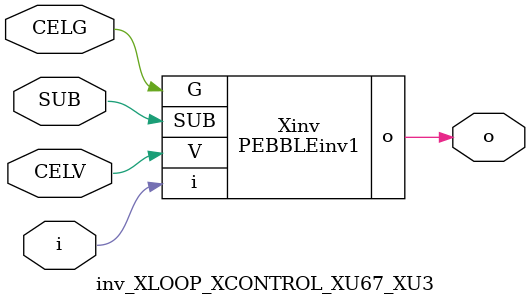
<source format=v>



module PEBBLEinv1 ( o, G, SUB, V, i );

  input V;
  input i;
  input G;
  output o;
  input SUB;
endmodule

//Celera Confidential Do Not Copy inv_XLOOP_XCONTROL_XU67_XU3
//Celera Confidential Symbol Generator
//5V Inverter
module inv_XLOOP_XCONTROL_XU67_XU3 (CELV,CELG,i,o,SUB);
input CELV;
input CELG;
input i;
input SUB;
output o;

//Celera Confidential Do Not Copy inv
PEBBLEinv1 Xinv(
.V (CELV),
.i (i),
.o (o),
.SUB (SUB),
.G (CELG)
);
//,diesize,PEBBLEinv1

//Celera Confidential Do Not Copy Module End
//Celera Schematic Generator
endmodule

</source>
